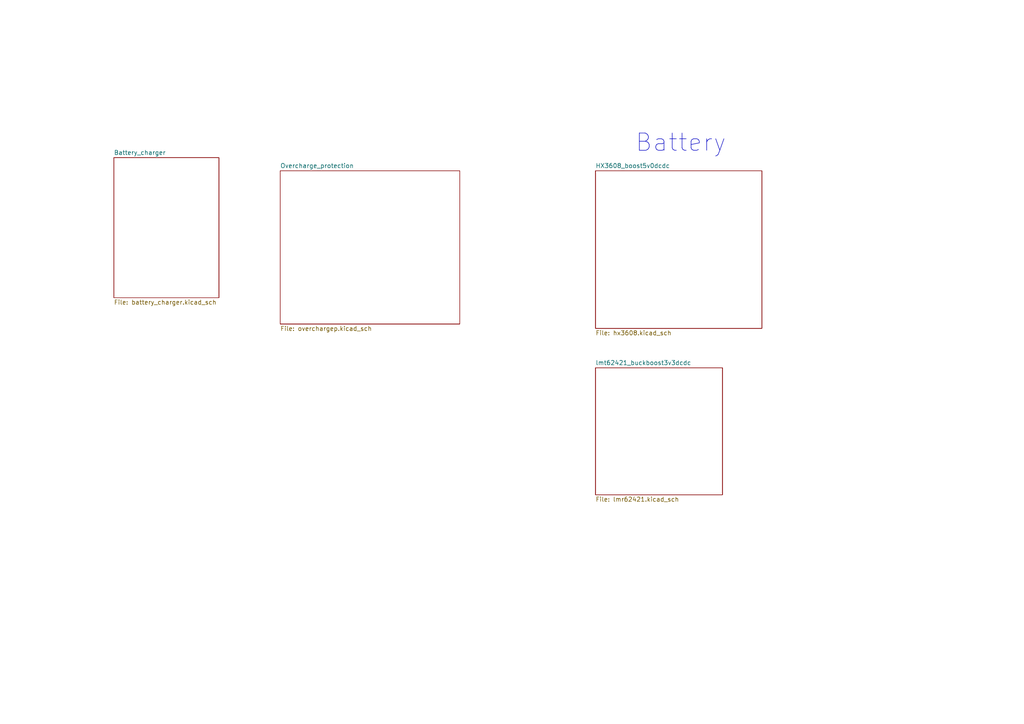
<source format=kicad_sch>
(kicad_sch (version 20211123) (generator eeschema)
  (paper "A4")
  (lib_symbols)
  (text "Battery" (at 184.15 44.45 0) (effects (font (size 5 5)) (justify left bottom)))
  (sheet (at 172.72 49.53) (size 48.26 45.72) (stroke (width 0.1524))
    (property "Sheet name" "HX3608_boost5v0dcdc" (at 172.72 48.8184 0) (effects (justify left bottom)))
    (property "Sheet file" "hx3608.kicad_sch" (at 172.72 95.8346 0) (effects (justify left top)))
  )
  (sheet (at 33.02 45.72) (size 30.48 40.64) (stroke (width 0.1524))
    (property "Sheet name" "Battery_charger" (at 33.02 45.0084 0) (effects (justify left bottom)))
    (property "Sheet file" "battery_charger.kicad_sch" (at 33.02 86.9446 0) (effects (justify left top)))
  )
  (sheet (at 172.72 106.68) (size 36.83 36.83) (stroke (width 0.1524))
    (property "Sheet name" "lmt62421_buckboost3v3dcdc" (at 172.72 105.9684 0) (effects (justify left bottom)))
    (property "Sheet file" "lmr62421.kicad_sch" (at 172.72 144.0946 0) (effects (justify left top)))
  )
  (sheet (at 81.28 49.53) (size 52.07 44.45) (stroke (width 0.1524))
    (property "Sheet name" "Overcharge_protection" (at 81.28 48.8184 0) (effects (justify left bottom)))
    (property "Sheet file" "overchargep.kicad_sch" (at 81.28 94.5646 0) (effects (justify left top)))
  )
)
</source>
